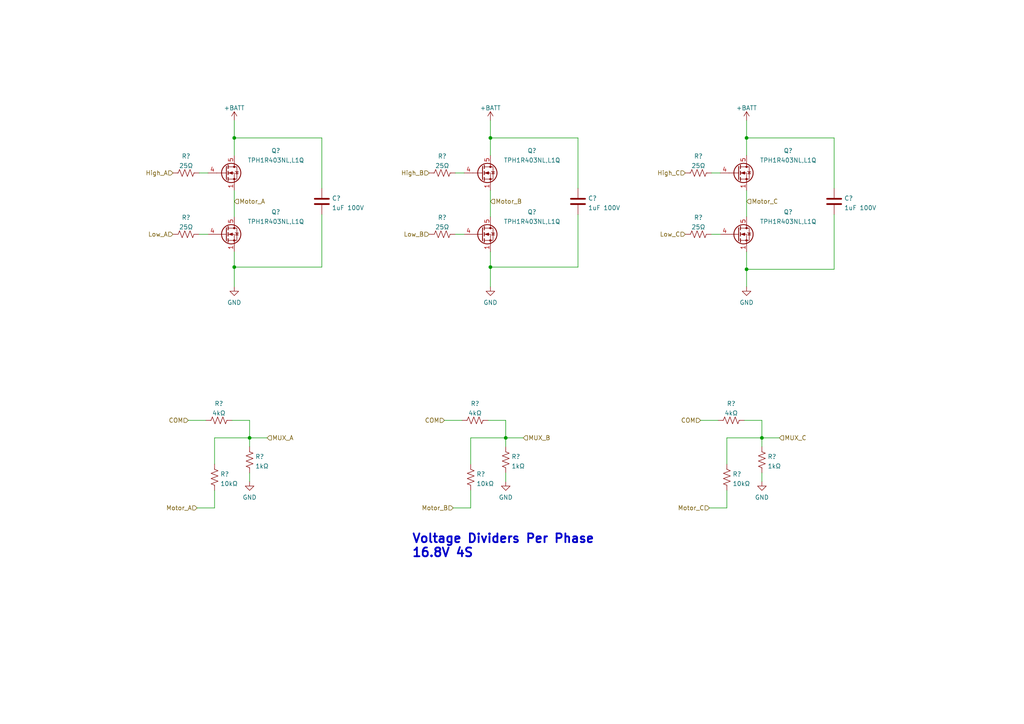
<source format=kicad_sch>
(kicad_sch (version 20211123) (generator eeschema)
  (paper "A4")
  (lib_symbols
    (symbol "Device:C" (pin_numbers hide) (pin_names (offset 0.254))
      (property "Reference" "C" (at 0.635 2.54 0))
      (property "Value" "C" (at 0.635 -2.54 0))
      (symbol "C_0_1"
        (polyline (pts (xy -2.032 -0.762) (xy 2.032 -0.762)) (stroke (width 0.508)))
        (polyline (pts (xy -2.032 0.762) (xy 2.032 0.762)) (stroke (width 0.508)))
      )
      (symbol "C_1_1"
        (pin passive line (at 0 3.81 270) (length 2.794) (name "~") (number "1"))
        (pin passive line (at 0 -3.81 90) (length 2.794) (name "~") (number "2"))
      )
    )
    (symbol "Device:R_US" (pin_numbers hide) (pin_names (offset 0))
      (property "Reference" "R" (at 2.54 0 90))
      (property "Value" "R_US" (at -2.54 0 90))
      (symbol "R_US_0_1"
        (polyline (pts (xy 0 -2.286) (xy 0 -2.54)))
        (polyline (pts (xy 0 2.286) (xy 0 2.54)))
        (polyline (pts (xy 0 -0.762) (xy 1.016 -1.143) (xy 0 -1.524) (xy -1.016 -1.905) (xy 0 -2.286)))
        (polyline (pts (xy 0 0.762) (xy 1.016 0.381) (xy 0 0) (xy -1.016 -0.381) (xy 0 -0.762)))
        (polyline (pts (xy 0 2.286) (xy 1.016 1.905) (xy 0 1.524) (xy -1.016 1.143) (xy 0 0.762)))
      )
      (symbol "R_US_1_1"
        (pin passive line (at 0 3.81 270) (length 1.27) (name "~") (number "1"))
        (pin passive line (at 0 -3.81 90) (length 1.27) (name "~") (number "2"))
      )
    )
    (symbol "TPH1R403NL_L1Q:TPH1R403NL,L1Q" (pin_names (offset 0) hide)
      (property "Reference" "Q" (at -0.635 34.29 0))
      (property "Value" "TPH1R403NL,L1Q" (at -0.635 31.75 0))
      (symbol "TPH1R403NL,L1Q_0_1"
        (circle (center -0.254 0) (radius 2.794) (stroke (width 0.254)))
        (polyline (pts (xy -1.651 0) (xy -4.445 0)))
        (polyline (pts (xy -1.651 1.905) (xy -1.651 -1.905)) (stroke (width 0.254)))
        (polyline (pts (xy -1.143 -1.27) (xy -1.143 -2.286)) (stroke (width 0.254)))
        (polyline (pts (xy -1.143 0.508) (xy -1.143 -0.508)) (stroke (width 0.254)))
        (polyline (pts (xy -1.143 2.286) (xy -1.143 1.27)) (stroke (width 0.254)))
        (polyline (pts (xy 0.635 2.54) (xy 0.635 1.778)))
        (polyline (pts (xy 0.635 -2.54) (xy 0.635 0) (xy -1.143 0)))
        (polyline (pts (xy -1.143 -1.778) (xy 1.397 -1.778) (xy 1.397 1.778) (xy -1.143 1.778)))
        (polyline (pts (xy -0.889 0) (xy 0.127 0.381) (xy 0.127 -0.381) (xy -0.889 0)) (fill (type outline)))
        (polyline (pts (xy 0.889 0.508) (xy 1.016 0.381) (xy 1.778 0.381) (xy 1.905 0.254)))
        (polyline (pts (xy 1.397 0.381) (xy 1.016 -0.254) (xy 1.778 -0.254) (xy 1.397 0.381)))
        (circle (center 0.635 -1.778) (radius 0.254) (fill (type outline)))
        (circle (center 0.635 1.778) (radius 0.254) (fill (type outline)))
      )
      (symbol "TPH1R403NL,L1Q_1_1"
        (pin passive line (at 0.635 -5.08 90) (length 2.54) (name "S") (number "1"))
        (pin passive line (at 0.635 -5.08 90) (length 2.54) hide (name "S") (number "2"))
        (pin passive line (at 0.635 -5.08 90) (length 2.54) hide (name "S") (number "3"))
        (pin passive line (at -6.985 0 0) (length 2.54) (name "G") (number "4"))
        (pin passive line (at 0.635 5.08 270) (length 2.54) (name "D") (number "5"))
        (pin passive line (at 0.635 5.08 270) (length 2.54) hide (name "D") (number "6"))
        (pin passive line (at 0.635 5.08 270) (length 2.54) hide (name "D") (number "7"))
        (pin passive line (at 0.635 5.08 270) (length 2.54) hide (name "D") (number "8"))
      )
    )
    (symbol "power:+BATT" (power) (pin_names (offset 0))
      (property "Value" "+BATT" (at 0 3.556 0))
      (symbol "+BATT_0_1"
        (polyline (pts (xy -0.762 1.27) (xy 0 2.54)))
        (polyline (pts (xy 0 0) (xy 0 2.54)))
        (polyline (pts (xy 0 2.54) (xy 0.762 1.27)))
      )
      (symbol "+BATT_1_1"
        (pin power_in line (at 0 0 90) (length 0) hide (name "+BATT") (number "1"))
      )
    )
    (symbol "power:GND" (power) (pin_names (offset 0))
      (property "Value" "GND" (at 0 -3.81 0))
      (symbol "GND_0_1"
        (polyline (pts (xy 0 0) (xy 0 -1.27) (xy 1.27 -1.27) (xy 0 -2.54) (xy -1.27 -1.27) (xy 0 -1.27)))
      )
      (symbol "GND_1_1"
        (pin power_in line (at 0 0 270) (length 0) hide (name "GND") (number "1"))
      )
    )
  )
  (junction (at 146.685 127))
  (junction (at 220.98 127))
  (junction (at 142.24 40.005))
  (junction (at 142.24 77.47))
  (junction (at 72.39 127))
  (junction (at 216.535 40.005))
  (junction (at 67.945 77.47))
  (junction (at 67.945 40.005))
  (junction (at 216.535 78.105))
  (wire (pts (xy 72.39 127) (xy 77.47 127)))
  (wire (pts (xy 136.525 127) (xy 146.685 127)))
  (wire (pts (xy 210.82 127) (xy 220.98 127)))
  (wire (pts (xy 216.535 40.005) (xy 216.535 45.085)))
  (wire (pts (xy 62.23 134.62) (xy 62.23 127)))
  (wire (pts (xy 216.535 83.185) (xy 216.535 78.105)))
  (wire (pts (xy 142.24 55.245) (xy 142.24 62.865)))
  (wire (pts (xy 241.935 54.61) (xy 241.935 40.005)))
  (wire (pts (xy 54.61 121.92) (xy 59.69 121.92)))
  (wire (pts (xy 220.98 129.54) (xy 220.98 127)))
  (wire (pts (xy 142.24 77.47) (xy 142.24 83.185)))
  (wire (pts (xy 142.24 34.925) (xy 142.24 40.005)))
  (wire (pts (xy 216.535 34.925) (xy 216.535 40.005)))
  (wire (pts (xy 93.345 62.23) (xy 93.345 77.47)))
  (wire (pts (xy 57.785 67.945) (xy 60.325 67.945)))
  (wire (pts (xy 128.905 121.92) (xy 133.985 121.92)))
  (wire (pts (xy 67.945 40.005) (xy 67.945 45.085)))
  (wire (pts (xy 93.345 77.47) (xy 67.945 77.47)))
  (wire (pts (xy 131.445 147.32) (xy 136.525 147.32)))
  (wire (pts (xy 67.945 34.925) (xy 67.945 40.005)))
  (wire (pts (xy 57.785 50.165) (xy 60.325 50.165)))
  (wire (pts (xy 167.64 62.23) (xy 167.64 77.47)))
  (wire (pts (xy 210.82 134.62) (xy 210.82 127)))
  (wire (pts (xy 67.945 77.47) (xy 67.945 83.185)))
  (wire (pts (xy 93.345 54.61) (xy 93.345 40.005)))
  (wire (pts (xy 146.685 129.54) (xy 146.685 127)))
  (wire (pts (xy 206.375 50.165) (xy 208.915 50.165)))
  (wire (pts (xy 146.685 127) (xy 151.765 127)))
  (wire (pts (xy 146.685 121.92) (xy 141.605 121.92)))
  (wire (pts (xy 167.64 54.61) (xy 167.64 40.005)))
  (wire (pts (xy 72.39 139.7) (xy 72.39 137.16)))
  (wire (pts (xy 146.685 127) (xy 146.685 121.92)))
  (wire (pts (xy 93.345 40.005) (xy 67.945 40.005)))
  (wire (pts (xy 132.08 50.165) (xy 134.62 50.165)))
  (wire (pts (xy 220.98 127) (xy 220.98 121.92)))
  (wire (pts (xy 142.24 77.47) (xy 142.24 73.025)))
  (wire (pts (xy 142.24 40.005) (xy 142.24 45.085)))
  (wire (pts (xy 72.39 127) (xy 72.39 121.92)))
  (wire (pts (xy 67.945 55.245) (xy 67.945 62.865)))
  (wire (pts (xy 136.525 147.32) (xy 136.525 142.24)))
  (wire (pts (xy 62.23 127) (xy 72.39 127)))
  (wire (pts (xy 132.08 67.945) (xy 134.62 67.945)))
  (wire (pts (xy 57.15 147.32) (xy 62.23 147.32)))
  (wire (pts (xy 216.535 73.025) (xy 216.535 78.105)))
  (wire (pts (xy 136.525 134.62) (xy 136.525 127)))
  (wire (pts (xy 210.82 147.32) (xy 210.82 142.24)))
  (wire (pts (xy 205.74 147.32) (xy 210.82 147.32)))
  (wire (pts (xy 72.39 129.54) (xy 72.39 127)))
  (wire (pts (xy 146.685 139.7) (xy 146.685 137.16)))
  (wire (pts (xy 220.98 121.92) (xy 215.9 121.92)))
  (wire (pts (xy 216.535 55.245) (xy 216.535 62.865)))
  (wire (pts (xy 220.98 139.7) (xy 220.98 137.16)))
  (wire (pts (xy 203.2 121.92) (xy 208.28 121.92)))
  (wire (pts (xy 241.935 62.23) (xy 241.935 78.105)))
  (wire (pts (xy 62.23 147.32) (xy 62.23 142.24)))
  (wire (pts (xy 241.935 40.005) (xy 216.535 40.005)))
  (wire (pts (xy 72.39 121.92) (xy 67.31 121.92)))
  (wire (pts (xy 220.98 127) (xy 226.06 127)))
  (wire (pts (xy 167.64 40.005) (xy 142.24 40.005)))
  (wire (pts (xy 241.935 78.105) (xy 216.535 78.105)))
  (wire (pts (xy 67.945 77.47) (xy 67.945 73.025)))
  (wire (pts (xy 206.375 67.945) (xy 208.915 67.945)))
  (wire (pts (xy 167.64 77.47) (xy 142.24 77.47)))
  (text "Voltage Dividers Per Phase\n16.8V 4S" (at 119.38 161.925 0) (effects (font (size 2.54 2.54) (thickness 0.508) bold) (justify left bottom)))
  (hierarchical_label "Low_A" (shape input) (at 50.165 67.945 180))
  (hierarchical_label "MUX_B" (shape input) (at 151.765 127 0))
  (hierarchical_label "High_A" (shape input) (at 50.165 50.165 180))
  (hierarchical_label "MUX_C" (shape input) (at 226.06 127 0))
  (hierarchical_label "High_B" (shape input) (at 124.46 50.165 180))
  (hierarchical_label "Motor_C" (shape input) (at 205.74 147.32 180))
  (hierarchical_label "Low_B" (shape input) (at 124.46 67.945 180))
  (hierarchical_label "Motor_B" (shape input) (at 131.445 147.32 180))
  (hierarchical_label "COM" (shape input) (at 54.61 121.92 180))
  (hierarchical_label "Motor_B" (shape input) (at 142.24 58.42 0))
  (hierarchical_label "Motor_A" (shape input) (at 67.945 58.42 0))
  (hierarchical_label "Low_C" (shape input) (at 198.755 67.945 180))
  (hierarchical_label "COM" (shape input) (at 128.905 121.92 180))
  (hierarchical_label "High_C" (shape input) (at 198.755 50.165 180))
  (hierarchical_label "COM" (shape input) (at 203.2 121.92 180))
  (hierarchical_label "MUX_A" (shape input) (at 77.47 127 0))
  (hierarchical_label "Motor_A" (shape input) (at 57.15 147.32 180))
  (hierarchical_label "Motor_C" (shape input) (at 216.535 58.42 0))
  (symbol (lib_id "TPH1R403NL_L1Q:TPH1R403NL,L1Q") (at 67.31 67.945 0)
    (property "Reference" "Q?" (at 80.01 61.4893 0))
    (property "Value" "TPH1R403NL,L1Q" (at 80.01 64.2644 0))
    (property "Footprint" "TPH1R403NLL1Q" (effects hide))
    (property "Datasheet" "https://www.arrow.com/en/products/tph1r403nll1q/toshiba" (effects hide))
    (property "Description" "MOSFET X35PBF Power MOSFET Trans VGS4.5VVDS30V" (effects hide))
    (property "Height" "1" (effects hide))
    (property "Mouser Part Number" "757-TPH1R403NLL1Q" (effects hide))
    (property "Mouser Price/Stock" "https://www.mouser.co.uk/ProductDetail/Toshiba/TPH1R403NLL1Q?qs=HVbQlW5zcXWxPmEVdb2K1w%3D%3D" (effects hide))
    (property "Manufacturer_Name" "Toshiba" (effects hide))
    (property "Manufacturer_Part_Number" "TPH1R403NL,L1Q" (effects hide))
  )
  (symbol (lib_id "Device:R_US") (at 202.565 67.945 90)
    (property "Reference" "R?" (at 202.565 63.0895 90))
    (property "Value" "25Ω" (at 202.565 65.8646 90))
  )
  (symbol (lib_id "power:+BATT") (at 216.535 34.925 0)
    (property "Reference" "#PWR?" (effects hide))
    (property "Value" "+BATT" (at 216.535 31.3205 0))
  )
  (symbol (lib_id "Device:R_US") (at 63.5 121.92 90)
    (property "Reference" "R?" (at 63.5 117.0645 90))
    (property "Value" "4kΩ" (at 63.5 119.8396 90))
  )
  (symbol (lib_id "Device:R_US") (at 62.23 138.43 180)
    (property "Reference" "R?" (at 63.881 137.5215 0) (effects (justify right)))
    (property "Value" "10kΩ" (at 63.881 140.2966 0) (effects (justify right)))
  )
  (symbol (lib_id "TPH1R403NL_L1Q:TPH1R403NL,L1Q") (at 141.605 67.945 0)
    (property "Reference" "Q?" (at 154.305 61.4893 0))
    (property "Value" "TPH1R403NL,L1Q" (at 154.305 64.2644 0))
    (property "Footprint" "TPH1R403NLL1Q" (effects hide))
    (property "Datasheet" "https://www.arrow.com/en/products/tph1r403nll1q/toshiba" (effects hide))
    (property "Description" "MOSFET X35PBF Power MOSFET Trans VGS4.5VVDS30V" (effects hide))
    (property "Height" "1" (effects hide))
    (property "Mouser Part Number" "757-TPH1R403NLL1Q" (effects hide))
    (property "Mouser Price/Stock" "https://www.mouser.co.uk/ProductDetail/Toshiba/TPH1R403NLL1Q?qs=HVbQlW5zcXWxPmEVdb2K1w%3D%3D" (effects hide))
    (property "Manufacturer_Name" "Toshiba" (effects hide))
    (property "Manufacturer_Part_Number" "TPH1R403NL,L1Q" (effects hide))
  )
  (symbol (lib_id "Device:R_US") (at 137.795 121.92 90)
    (property "Reference" "R?" (at 137.795 117.0645 90))
    (property "Value" "4kΩ" (at 137.795 119.8396 90))
  )
  (symbol (lib_id "Device:R_US") (at 72.39 133.35 0)
    (property "Reference" "R?" (at 74.041 132.4415 0) (effects (justify left)))
    (property "Value" "1kΩ" (at 74.041 135.2166 0) (effects (justify left)))
  )
  (symbol (lib_id "Device:R_US") (at 53.975 50.165 90)
    (property "Reference" "R?" (at 53.975 45.3095 90))
    (property "Value" "25Ω" (at 53.975 48.0846 90))
  )
  (symbol (lib_id "TPH1R403NL_L1Q:TPH1R403NL,L1Q") (at 215.9 67.945 0)
    (property "Reference" "Q?" (at 228.6 61.4893 0))
    (property "Value" "TPH1R403NL,L1Q" (at 228.6 64.2644 0))
    (property "Footprint" "TPH1R403NLL1Q" (effects hide))
    (property "Datasheet" "https://www.arrow.com/en/products/tph1r403nll1q/toshiba" (effects hide))
    (property "Description" "MOSFET X35PBF Power MOSFET Trans VGS4.5VVDS30V" (effects hide))
    (property "Height" "1" (effects hide))
    (property "Mouser Part Number" "757-TPH1R403NLL1Q" (effects hide))
    (property "Mouser Price/Stock" "https://www.mouser.co.uk/ProductDetail/Toshiba/TPH1R403NLL1Q?qs=HVbQlW5zcXWxPmEVdb2K1w%3D%3D" (effects hide))
    (property "Manufacturer_Name" "Toshiba" (effects hide))
    (property "Manufacturer_Part_Number" "TPH1R403NL,L1Q" (effects hide))
  )
  (symbol (lib_id "power:+BATT") (at 142.24 34.925 0)
    (property "Reference" "#PWR?" (effects hide))
    (property "Value" "+BATT" (at 142.24 31.3205 0))
  )
  (symbol (lib_id "power:GND") (at 67.945 83.185 0)
    (property "Reference" "#PWR?" (effects hide))
    (property "Value" "GND" (at 67.945 87.7475 0))
  )
  (symbol (lib_id "Device:R_US") (at 146.685 133.35 0)
    (property "Reference" "R?" (at 148.336 132.4415 0) (effects (justify left)))
    (property "Value" "1kΩ" (at 148.336 135.2166 0) (effects (justify left)))
  )
  (symbol (lib_id "power:GND") (at 142.24 83.185 0)
    (property "Reference" "#PWR?" (effects hide))
    (property "Value" "GND" (at 142.24 87.7475 0))
  )
  (symbol (lib_id "Device:C") (at 167.64 58.42 0)
    (property "Reference" "C?" (at 170.561 57.5115 0) (effects (justify left)))
    (property "Value" "1uF 100V" (at 170.561 60.2866 0) (effects (justify left)))
  )
  (symbol (lib_id "Device:R_US") (at 212.09 121.92 90)
    (property "Reference" "R?" (at 212.09 117.0645 90))
    (property "Value" "4kΩ" (at 212.09 119.8396 90))
  )
  (symbol (lib_id "Device:R_US") (at 210.82 138.43 180)
    (property "Reference" "R?" (at 212.471 137.5215 0) (effects (justify right)))
    (property "Value" "10kΩ" (at 212.471 140.2966 0) (effects (justify right)))
  )
  (symbol (lib_id "power:+BATT") (at 67.945 34.925 0)
    (property "Reference" "#PWR?" (effects hide))
    (property "Value" "+BATT" (at 67.945 31.3205 0))
  )
  (symbol (lib_id "Device:C") (at 241.935 58.42 0)
    (property "Reference" "C?" (at 244.856 57.5115 0) (effects (justify left)))
    (property "Value" "1uF 100V" (at 244.856 60.2866 0) (effects (justify left)))
  )
  (symbol (lib_id "Device:R_US") (at 202.565 50.165 90)
    (property "Reference" "R?" (at 202.565 45.3095 90))
    (property "Value" "25Ω" (at 202.565 48.0846 90))
  )
  (symbol (lib_id "Device:R_US") (at 136.525 138.43 180)
    (property "Reference" "R?" (at 138.176 137.5215 0) (effects (justify right)))
    (property "Value" "10kΩ" (at 138.176 140.2966 0) (effects (justify right)))
  )
  (symbol (lib_id "TPH1R403NL_L1Q:TPH1R403NL,L1Q") (at 67.31 50.165 0)
    (property "Reference" "Q?" (at 80.01 43.7093 0))
    (property "Value" "TPH1R403NL,L1Q" (at 80.01 46.4844 0))
    (property "Footprint" "TPH1R403NLL1Q" (effects hide))
    (property "Datasheet" "https://www.arrow.com/en/products/tph1r403nll1q/toshiba" (effects hide))
    (property "Description" "MOSFET X35PBF Power MOSFET Trans VGS4.5VVDS30V" (effects hide))
    (property "Height" "1" (effects hide))
    (property "Mouser Part Number" "757-TPH1R403NLL1Q" (effects hide))
    (property "Mouser Price/Stock" "https://www.mouser.co.uk/ProductDetail/Toshiba/TPH1R403NLL1Q?qs=HVbQlW5zcXWxPmEVdb2K1w%3D%3D" (effects hide))
    (property "Manufacturer_Name" "Toshiba" (effects hide))
    (property "Manufacturer_Part_Number" "TPH1R403NL,L1Q" (effects hide))
  )
  (symbol (lib_id "Device:R_US") (at 128.27 50.165 90)
    (property "Reference" "R?" (at 128.27 45.3095 90))
    (property "Value" "25Ω" (at 128.27 48.0846 90))
  )
  (symbol (lib_id "power:GND") (at 72.39 139.7 0)
    (property "Reference" "#PWR?" (effects hide))
    (property "Value" "GND" (at 72.39 144.2625 0))
  )
  (symbol (lib_id "power:GND") (at 216.535 83.185 0)
    (property "Reference" "#PWR?" (effects hide))
    (property "Value" "GND" (at 216.535 87.7475 0))
  )
  (symbol (lib_id "Device:R_US") (at 220.98 133.35 0)
    (property "Reference" "R?" (at 222.631 132.4415 0) (effects (justify left)))
    (property "Value" "1kΩ" (at 222.631 135.2166 0) (effects (justify left)))
  )
  (symbol (lib_id "TPH1R403NL_L1Q:TPH1R403NL,L1Q") (at 141.605 50.165 0)
    (property "Reference" "Q?" (at 154.305 43.7093 0))
    (property "Value" "TPH1R403NL,L1Q" (at 154.305 46.4844 0))
    (property "Footprint" "TPH1R403NLL1Q" (effects hide))
    (property "Datasheet" "https://www.arrow.com/en/products/tph1r403nll1q/toshiba" (effects hide))
    (property "Description" "MOSFET X35PBF Power MOSFET Trans VGS4.5VVDS30V" (effects hide))
    (property "Height" "1" (effects hide))
    (property "Mouser Part Number" "757-TPH1R403NLL1Q" (effects hide))
    (property "Mouser Price/Stock" "https://www.mouser.co.uk/ProductDetail/Toshiba/TPH1R403NLL1Q?qs=HVbQlW5zcXWxPmEVdb2K1w%3D%3D" (effects hide))
    (property "Manufacturer_Name" "Toshiba" (effects hide))
    (property "Manufacturer_Part_Number" "TPH1R403NL,L1Q" (effects hide))
  )
  (symbol (lib_id "power:GND") (at 220.98 139.7 0)
    (property "Reference" "#PWR?" (effects hide))
    (property "Value" "GND" (at 220.98 144.2625 0))
  )
  (symbol (lib_id "power:GND") (at 146.685 139.7 0)
    (property "Reference" "#PWR?" (effects hide))
    (property "Value" "GND" (at 146.685 144.2625 0))
  )
  (symbol (lib_id "TPH1R403NL_L1Q:TPH1R403NL,L1Q") (at 215.9 50.165 0)
    (property "Reference" "Q?" (at 228.6 43.7093 0))
    (property "Value" "TPH1R403NL,L1Q" (at 228.6 46.4844 0))
    (property "Footprint" "TPH1R403NLL1Q" (effects hide))
    (property "Datasheet" "https://www.arrow.com/en/products/tph1r403nll1q/toshiba" (effects hide))
    (property "Description" "MOSFET X35PBF Power MOSFET Trans VGS4.5VVDS30V" (effects hide))
    (property "Height" "1" (effects hide))
    (property "Mouser Part Number" "757-TPH1R403NLL1Q" (effects hide))
    (property "Mouser Price/Stock" "https://www.mouser.co.uk/ProductDetail/Toshiba/TPH1R403NLL1Q?qs=HVbQlW5zcXWxPmEVdb2K1w%3D%3D" (effects hide))
    (property "Manufacturer_Name" "Toshiba" (effects hide))
    (property "Manufacturer_Part_Number" "TPH1R403NL,L1Q" (effects hide))
  )
  (symbol (lib_id "Device:C") (at 93.345 58.42 0)
    (property "Reference" "C?" (at 96.266 57.5115 0) (effects (justify left)))
    (property "Value" "1uF 100V" (at 96.266 60.2866 0) (effects (justify left)))
  )
  (symbol (lib_id "Device:R_US") (at 128.27 67.945 90)
    (property "Reference" "R?" (at 128.27 63.0895 90))
    (property "Value" "25Ω" (at 128.27 65.8646 90))
  )
  (symbol (lib_id "Device:R_US") (at 53.975 67.945 90)
    (property "Reference" "R?" (at 53.975 63.0895 90))
    (property "Value" "25Ω" (at 53.975 65.8646 90))
  )
)
</source>
